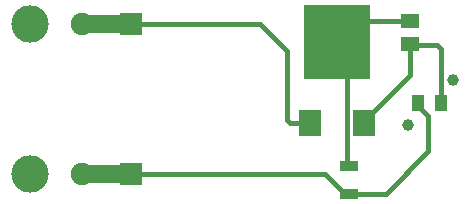
<source format=gtl>
G04*
G04 #@! TF.GenerationSoftware,Altium Limited,Altium Designer,20.0.10 (225)*
G04*
G04 Layer_Physical_Order=1*
G04 Layer_Color=255*
%FSLAX25Y25*%
%MOIN*%
G70*
G01*
G75*
%ADD14R,0.21900X0.24800*%
%ADD15R,0.07300X0.08500*%
%ADD16R,0.06102X0.03740*%
%ADD17R,0.05906X0.05118*%
%ADD18R,0.03976X0.05787*%
%ADD26C,0.01500*%
%ADD27C,0.06000*%
%ADD28C,0.03937*%
%ADD29R,0.07500X0.07500*%
%ADD30C,0.07500*%
%ADD31C,0.12500*%
D14*
X243000Y191975D02*
D03*
D15*
X252000Y164875D02*
D03*
X234000D02*
D03*
D16*
X247000Y141374D02*
D03*
Y150626D02*
D03*
D17*
X267500Y198740D02*
D03*
Y191260D02*
D03*
D18*
X277858Y171500D02*
D03*
X270142D02*
D03*
D26*
X174500Y198000D02*
X217500D01*
X226500Y165754D02*
Y189000D01*
X217500Y198000D02*
X226500Y189000D01*
X245819Y141374D02*
X247000D01*
X239193Y148000D02*
X245819Y141374D01*
X174500Y148000D02*
X239193D01*
X227379Y164875D02*
X234000D01*
X226500Y165754D02*
X227379Y164875D01*
X247000Y141374D02*
X259374D01*
X270142Y170595D02*
X273497Y167239D01*
Y155497D02*
Y167239D01*
X259374Y141374D02*
X273497Y155497D01*
X270142Y170595D02*
Y171500D01*
X267500Y191260D02*
X267760Y191000D01*
X276500D01*
X277837Y171522D02*
X277858Y171500D01*
X277837Y171522D02*
Y189663D01*
X276500Y191000D02*
X277837Y189663D01*
X252000Y164875D02*
Y165475D01*
X267500Y180975D01*
Y191260D01*
X243000Y191975D02*
X246500Y188475D01*
Y151126D02*
X247000Y150626D01*
X246500Y151126D02*
Y188475D01*
X249765Y198740D02*
X267500D01*
X243000Y191975D02*
X249765Y198740D01*
D27*
X158201Y198000D02*
X174500D01*
X158201Y148000D02*
X174500D01*
D28*
X281587Y179087D02*
D03*
X266732Y164226D02*
D03*
D29*
X174500Y148000D02*
D03*
Y198000D02*
D03*
D30*
X158201Y148000D02*
D03*
Y198000D02*
D03*
D31*
X140700Y148000D02*
D03*
Y198000D02*
D03*
M02*

</source>
